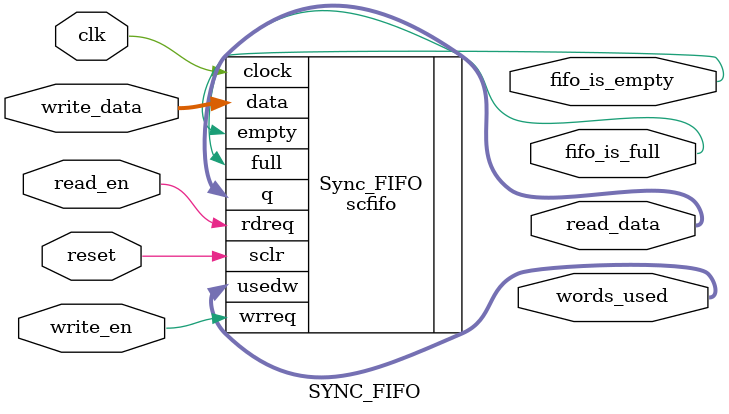
<source format=v>
module SYNC_FIFO (
	// Inputs
	clk,
	reset,

	write_en,
	write_data,

	read_en,
	
	// Bidirectionals

	// Outputs
	fifo_is_empty,
	fifo_is_full,
	words_used,

	read_data
);

/*****************************************************************************
 *                           Parameter Declarations                          *
 *****************************************************************************/

parameter	DATA_WIDTH	= 32;
parameter	DATA_DEPTH	= 128;
parameter	ADDR_WIDTH	= 7;

/*****************************************************************************
 *                             Port Declarations                             *
 *****************************************************************************/

// Inputs
input				clk;
input				reset;

input				write_en;
input		[DATA_WIDTH:1]	write_data;

input				read_en;

// Bidirectionals

// Outputs
output				fifo_is_empty;
output				fifo_is_full;
output		[ADDR_WIDTH:1]	words_used;

output		[DATA_WIDTH:1]	read_data;

/*****************************************************************************
 *                 Internal wires and registers Declarations                 *
 *****************************************************************************/

// Internal Wires

// Internal Registers

// State Machine Registers

/*****************************************************************************
 *                         Finite State Machine(s)                           *
 *****************************************************************************/


/*****************************************************************************
 *                             Sequential logic                              *
 *****************************************************************************/


/*****************************************************************************
 *                            Combinational logic                            *
 *****************************************************************************/


/*****************************************************************************
 *                              Internal Modules                             *
 *****************************************************************************/


scfifo	Sync_FIFO (
	// Inputs
	.clock			(clk),
	.sclr			(reset),

	.data			(write_data),
	.wrreq			(write_en),

	.rdreq			(read_en),

	// Bidirectionals

	// Outputs
	.empty			(fifo_is_empty),
	.full			(fifo_is_full),
	.usedw			(words_used),
	
	.q				(read_data)

	// Unused
	// synopsys translate_off
	,
	.aclr			(),
	.almost_empty	(),
	.almost_full	()
	// synopsys translate_on
);
defparam
	Sync_FIFO.add_ram_output_register	= "OFF",
	Sync_FIFO.intended_device_family	= "Cyclone V",
	Sync_FIFO.lpm_numwords				= DATA_DEPTH,
	Sync_FIFO.lpm_showahead				= "ON",
	Sync_FIFO.lpm_type					= "scfifo",
	Sync_FIFO.lpm_width					= DATA_WIDTH,
	Sync_FIFO.lpm_widthu				= ADDR_WIDTH,
	Sync_FIFO.overflow_checking			= "OFF",
	Sync_FIFO.underflow_checking		= "OFF",
	Sync_FIFO.use_eab					= "ON";

endmodule
</source>
